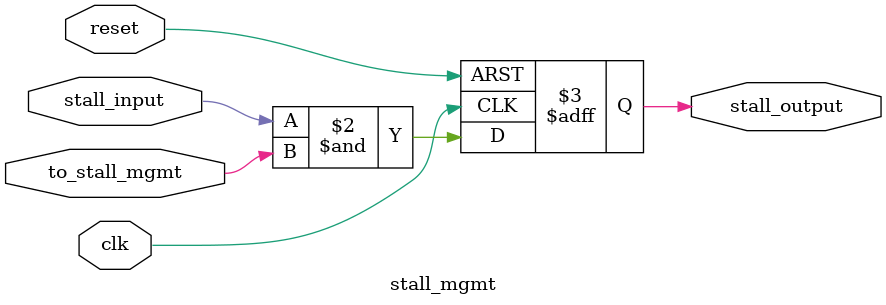
<source format=v>
module stall_mgmt (
    input  wire clk,
    input  wire reset,
    input  wire stall_input,
    input  wire to_stall_mgmt, //from buffer
    output wire stall_output
);
    always @(posedge clk or posedge reset) begin
        if (reset)
            stall_output <= 0; // no stall
        else
            stall_output <= stall_input & to_stall_mgmt; // start stalling if buffer is still full
    end
endmodule
</source>
